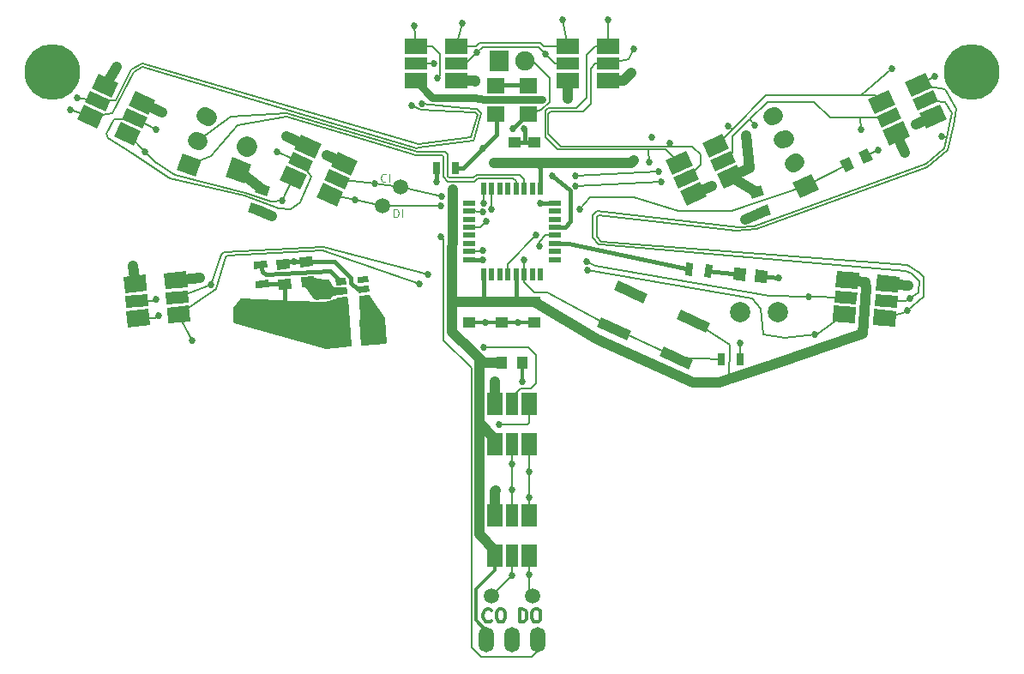
<source format=gtl>
G04 #@! TF.FileFunction,Copper,L1,Top,Signal*
%FSLAX46Y46*%
G04 Gerber Fmt 4.6, Leading zero omitted, Abs format (unit mm)*
G04 Created by KiCad (PCBNEW 4.0.6) date 05/08/17 21:21:00*
%MOMM*%
%LPD*%
G01*
G04 APERTURE LIST*
%ADD10C,0.100000*%
%ADD11C,0.300000*%
%ADD12C,1.500000*%
%ADD13R,1.600000X2.200000*%
%ADD14R,1.200000X2.200000*%
%ADD15C,5.500000*%
%ADD16R,2.200000X1.600000*%
%ADD17R,2.200000X1.200000*%
%ADD18R,1.800860X1.597660*%
%ADD19R,1.900000X2.000000*%
%ADD20C,1.900000*%
%ADD21R,0.700000X1.300000*%
%ADD22R,1.250000X1.000000*%
%ADD23R,0.600000X1.200000*%
%ADD24R,1.200000X0.600000*%
%ADD25R,1.000000X1.250000*%
%ADD26C,1.727200*%
%ADD27C,2.032000*%
%ADD28C,2.000000*%
%ADD29O,1.500000X2.500000*%
%ADD30C,0.685800*%
%ADD31C,0.304800*%
%ADD32C,1.016000*%
%ADD33C,0.152400*%
%ADD34C,0.400000*%
%ADD35C,0.793750*%
%ADD36C,0.254000*%
G04 APERTURE END LIST*
D10*
D11*
X136771429Y-107664286D02*
X136709524Y-107726190D01*
X136523810Y-107788095D01*
X136400000Y-107788095D01*
X136214286Y-107726190D01*
X136090477Y-107602381D01*
X136028572Y-107478571D01*
X135966667Y-107230952D01*
X135966667Y-107045238D01*
X136028572Y-106797619D01*
X136090477Y-106673810D01*
X136214286Y-106550000D01*
X136400000Y-106488095D01*
X136523810Y-106488095D01*
X136709524Y-106550000D01*
X136771429Y-106611905D01*
X137576191Y-106488095D02*
X137823810Y-106488095D01*
X137947619Y-106550000D01*
X138071429Y-106673810D01*
X138133334Y-106921429D01*
X138133334Y-107354762D01*
X138071429Y-107602381D01*
X137947619Y-107726190D01*
X137823810Y-107788095D01*
X137576191Y-107788095D01*
X137452381Y-107726190D01*
X137328572Y-107602381D01*
X137266667Y-107354762D01*
X137266667Y-106921429D01*
X137328572Y-106673810D01*
X137452381Y-106550000D01*
X137576191Y-106488095D01*
X139528572Y-107788095D02*
X139528572Y-106488095D01*
X139838096Y-106488095D01*
X140023810Y-106550000D01*
X140147619Y-106673810D01*
X140209524Y-106797619D01*
X140271429Y-107045238D01*
X140271429Y-107230952D01*
X140209524Y-107478571D01*
X140147619Y-107602381D01*
X140023810Y-107726190D01*
X139838096Y-107788095D01*
X139528572Y-107788095D01*
X141076191Y-106488095D02*
X141323810Y-106488095D01*
X141447619Y-106550000D01*
X141571429Y-106673810D01*
X141633334Y-106921429D01*
X141633334Y-107354762D01*
X141571429Y-107602381D01*
X141447619Y-107726190D01*
X141323810Y-107788095D01*
X141076191Y-107788095D01*
X140952381Y-107726190D01*
X140828572Y-107602381D01*
X140766667Y-107354762D01*
X140766667Y-106921429D01*
X140828572Y-106673810D01*
X140952381Y-106550000D01*
X141076191Y-106488095D01*
D10*
X126357143Y-64235714D02*
X126319048Y-64273810D01*
X126204762Y-64311905D01*
X126128572Y-64311905D01*
X126014286Y-64273810D01*
X125938095Y-64197619D01*
X125900000Y-64121429D01*
X125861905Y-63969048D01*
X125861905Y-63854762D01*
X125900000Y-63702381D01*
X125938095Y-63626190D01*
X126014286Y-63550000D01*
X126128572Y-63511905D01*
X126204762Y-63511905D01*
X126319048Y-63550000D01*
X126357143Y-63588095D01*
X126700000Y-64311905D02*
X126700000Y-63511905D01*
X127150000Y-67811905D02*
X127150000Y-67011905D01*
X127340476Y-67011905D01*
X127454762Y-67050000D01*
X127530953Y-67126190D01*
X127569048Y-67202381D01*
X127607143Y-67354762D01*
X127607143Y-67469048D01*
X127569048Y-67621429D01*
X127530953Y-67697619D01*
X127454762Y-67773810D01*
X127340476Y-67811905D01*
X127150000Y-67811905D01*
X127950000Y-67811905D02*
X127950000Y-67011905D01*
D12*
X140800000Y-105200000D03*
X136800000Y-105200000D03*
D13*
X140537349Y-97247593D03*
D14*
X138837349Y-97247593D03*
D13*
X137137349Y-97247593D03*
X137137349Y-101247593D03*
D14*
X138837349Y-101247593D03*
D13*
X140537349Y-101247593D03*
X140537349Y-86247593D03*
D14*
X138837349Y-86247593D03*
D13*
X137137349Y-86247593D03*
X137137349Y-90247593D03*
D14*
X138837349Y-90247593D03*
D13*
X140537349Y-90247593D03*
D10*
G36*
X113725722Y-64426698D02*
X114900338Y-64854223D01*
X114558318Y-65793916D01*
X113383702Y-65366391D01*
X113725722Y-64426698D01*
X113725722Y-64426698D01*
G37*
G36*
X113041682Y-66306084D02*
X114216298Y-66733609D01*
X113874278Y-67673302D01*
X112699662Y-67245777D01*
X113041682Y-66306084D01*
X113041682Y-66306084D01*
G37*
G36*
X114810829Y-74688402D02*
X113515776Y-74801704D01*
X113454767Y-74104368D01*
X114749820Y-73991066D01*
X114810829Y-74688402D01*
X114810829Y-74688402D01*
G37*
G36*
X114645233Y-72795632D02*
X113350180Y-72908934D01*
X113289171Y-72211598D01*
X114584224Y-72098296D01*
X114645233Y-72795632D01*
X114645233Y-72795632D01*
G37*
G36*
X107061936Y-78124309D02*
X104870307Y-78316052D01*
X104730858Y-76722141D01*
X106922487Y-76530398D01*
X107061936Y-78124309D01*
X107061936Y-78124309D01*
G37*
G36*
X106896341Y-76231540D02*
X104704712Y-76423282D01*
X104600125Y-75227848D01*
X106791754Y-75036106D01*
X106896341Y-76231540D01*
X106896341Y-76231540D01*
G37*
G36*
X106765607Y-74737247D02*
X104573978Y-74928990D01*
X104434529Y-73335079D01*
X106626158Y-73143336D01*
X106765607Y-74737247D01*
X106765607Y-74737247D01*
G37*
G36*
X102780828Y-75085870D02*
X100589199Y-75277613D01*
X100449750Y-73683702D01*
X102641379Y-73491959D01*
X102780828Y-75085870D01*
X102780828Y-75085870D01*
G37*
G36*
X102911562Y-76580163D02*
X100719933Y-76771905D01*
X100615346Y-75576471D01*
X102806975Y-75384729D01*
X102911562Y-76580163D01*
X102911562Y-76580163D01*
G37*
G36*
X103077158Y-78472932D02*
X100885529Y-78664675D01*
X100746080Y-77070764D01*
X102937709Y-76879021D01*
X103077158Y-78472932D01*
X103077158Y-78472932D01*
G37*
D15*
X93420000Y-53500000D03*
D10*
G36*
X101494090Y-60789622D02*
X99500213Y-59859862D01*
X100176402Y-58409770D01*
X102170279Y-59339530D01*
X101494090Y-60789622D01*
X101494090Y-60789622D01*
G37*
G36*
X102297065Y-59067638D02*
X100303187Y-58137878D01*
X100810329Y-57050308D01*
X102804207Y-57980068D01*
X102297065Y-59067638D01*
X102297065Y-59067638D01*
G37*
G36*
X102930992Y-57708175D02*
X100937115Y-56778415D01*
X101613304Y-55328323D01*
X103607181Y-56258083D01*
X102930992Y-57708175D01*
X102930992Y-57708175D01*
G37*
G36*
X99305761Y-56017702D02*
X97311884Y-55087942D01*
X97988073Y-53637850D01*
X99981950Y-54567610D01*
X99305761Y-56017702D01*
X99305761Y-56017702D01*
G37*
G36*
X98671834Y-57377164D02*
X96677956Y-56447404D01*
X97185098Y-55359834D01*
X99178976Y-56289594D01*
X98671834Y-57377164D01*
X98671834Y-57377164D01*
G37*
G36*
X97868859Y-59099149D02*
X95874982Y-58169389D01*
X96551171Y-56719297D01*
X98545048Y-57649057D01*
X97868859Y-59099149D01*
X97868859Y-59099149D01*
G37*
D16*
X129300000Y-50950000D03*
D17*
X129300000Y-52650000D03*
D16*
X129300000Y-54350000D03*
X133300000Y-54350000D03*
D17*
X133300000Y-52650000D03*
D16*
X133300000Y-50950000D03*
D18*
X140400000Y-57639720D03*
X140400000Y-54800000D03*
X137200000Y-54800000D03*
X137200000Y-57639720D03*
D16*
X144300000Y-50950000D03*
D17*
X144300000Y-52650000D03*
D16*
X144300000Y-54350000D03*
X148300000Y-54350000D03*
D17*
X148300000Y-52650000D03*
D16*
X148300000Y-50950000D03*
D19*
X137510000Y-52400000D03*
D20*
X140050000Y-52400000D03*
D12*
X127800000Y-64800000D03*
D10*
G36*
X119303356Y-74639820D02*
X118058112Y-74748765D01*
X117970956Y-73752570D01*
X119216200Y-73643625D01*
X119303356Y-74639820D01*
X119303356Y-74639820D01*
G37*
G36*
X119129044Y-72647430D02*
X117883800Y-72756375D01*
X117796644Y-71760180D01*
X119041888Y-71651235D01*
X119129044Y-72647430D01*
X119129044Y-72647430D01*
G37*
G36*
X117053356Y-74889820D02*
X115808112Y-74998765D01*
X115720956Y-74002570D01*
X116966200Y-73893625D01*
X117053356Y-74889820D01*
X117053356Y-74889820D01*
G37*
G36*
X116879044Y-72897430D02*
X115633800Y-73006375D01*
X115546644Y-72010180D01*
X116791888Y-71901235D01*
X116879044Y-72897430D01*
X116879044Y-72897430D01*
G37*
G36*
X121494090Y-66789622D02*
X119500213Y-65859862D01*
X120176402Y-64409770D01*
X122170279Y-65339530D01*
X121494090Y-66789622D01*
X121494090Y-66789622D01*
G37*
G36*
X122297065Y-65067638D02*
X120303187Y-64137878D01*
X120810329Y-63050308D01*
X122804207Y-63980068D01*
X122297065Y-65067638D01*
X122297065Y-65067638D01*
G37*
G36*
X122930992Y-63708175D02*
X120937115Y-62778415D01*
X121613304Y-61328323D01*
X123607181Y-62258083D01*
X122930992Y-63708175D01*
X122930992Y-63708175D01*
G37*
G36*
X119305761Y-62017702D02*
X117311884Y-61087942D01*
X117988073Y-59637850D01*
X119981950Y-60567610D01*
X119305761Y-62017702D01*
X119305761Y-62017702D01*
G37*
G36*
X118671834Y-63377164D02*
X116677956Y-62447404D01*
X117185098Y-61359834D01*
X119178976Y-62289594D01*
X118671834Y-63377164D01*
X118671834Y-63377164D01*
G37*
G36*
X117868859Y-65099149D02*
X115874982Y-64169389D01*
X116551171Y-62719297D01*
X118545048Y-63649057D01*
X117868859Y-65099149D01*
X117868859Y-65099149D01*
G37*
G36*
X120458286Y-80767795D02*
X120240397Y-78277308D01*
X122730884Y-78059419D01*
X122948773Y-80549906D01*
X120458286Y-80767795D01*
X120458286Y-80767795D01*
G37*
G36*
X123944968Y-80462749D02*
X123727079Y-77972262D01*
X126217566Y-77754373D01*
X126435455Y-80244860D01*
X123944968Y-80462749D01*
X123944968Y-80462749D01*
G37*
D12*
X126050000Y-66700000D03*
D10*
G36*
X124766196Y-75491642D02*
X124822847Y-76139169D01*
X123766880Y-76231554D01*
X123710229Y-75584027D01*
X124766196Y-75491642D01*
X124766196Y-75491642D01*
G37*
G36*
X124683398Y-74545257D02*
X124740049Y-75192784D01*
X123684082Y-75285169D01*
X123627431Y-74637642D01*
X124683398Y-74545257D01*
X124683398Y-74545257D01*
G37*
G36*
X124600600Y-73598872D02*
X124657251Y-74246399D01*
X123601284Y-74338784D01*
X123544633Y-73691257D01*
X124600600Y-73598872D01*
X124600600Y-73598872D01*
G37*
G36*
X122408972Y-73790614D02*
X122465623Y-74438141D01*
X121409656Y-74530526D01*
X121353005Y-73882999D01*
X122408972Y-73790614D01*
X122408972Y-73790614D01*
G37*
G36*
X122574568Y-75683384D02*
X122631219Y-76330911D01*
X121575252Y-76423296D01*
X121518601Y-75775769D01*
X122574568Y-75683384D01*
X122574568Y-75683384D01*
G37*
G36*
X122491770Y-74736999D02*
X122548421Y-75384526D01*
X121492454Y-75476911D01*
X121435803Y-74829384D01*
X122491770Y-74736999D01*
X122491770Y-74736999D01*
G37*
D21*
X131350000Y-62950000D03*
X133250000Y-62950000D03*
D22*
X139050000Y-62450000D03*
X139050000Y-60450000D03*
X141050000Y-62450000D03*
X141050000Y-60450000D03*
D23*
X136000000Y-73450000D03*
X136800000Y-73450000D03*
X137600000Y-73450000D03*
X138400000Y-73450000D03*
X139200000Y-73450000D03*
X140000000Y-73450000D03*
X140800000Y-73450000D03*
X141600000Y-73450000D03*
D24*
X143050000Y-72000000D03*
X143050000Y-71200000D03*
X143050000Y-70400000D03*
X143050000Y-69600000D03*
X143050000Y-68800000D03*
X143050000Y-68000000D03*
X143050000Y-67200000D03*
X143050000Y-66400000D03*
D23*
X141600000Y-64950000D03*
X140800000Y-64950000D03*
X140000000Y-64950000D03*
X139200000Y-64950000D03*
X138400000Y-64950000D03*
X137600000Y-64950000D03*
X136800000Y-64950000D03*
X136000000Y-64950000D03*
D24*
X134550000Y-66400000D03*
X134550000Y-67200000D03*
X134550000Y-68000000D03*
X134550000Y-68800000D03*
X134550000Y-69600000D03*
X134550000Y-70400000D03*
X134550000Y-71200000D03*
X134550000Y-72000000D03*
D21*
X159450000Y-81800000D03*
X161350000Y-81800000D03*
D10*
G36*
X160650596Y-73994914D02*
X160755086Y-72800596D01*
X161949404Y-72905086D01*
X161844914Y-74099404D01*
X160650596Y-73994914D01*
X160650596Y-73994914D01*
G37*
G36*
X162740652Y-74177770D02*
X162845142Y-72983452D01*
X164039460Y-73087942D01*
X163934970Y-74282260D01*
X162740652Y-74177770D01*
X162740652Y-74177770D01*
G37*
G36*
X153961250Y-62190384D02*
X155955127Y-61260624D01*
X156631316Y-62710716D01*
X154637439Y-63640476D01*
X153961250Y-62190384D01*
X153961250Y-62190384D01*
G37*
G36*
X154764224Y-63912368D02*
X156758102Y-62982608D01*
X157265244Y-64070178D01*
X155271366Y-64999938D01*
X154764224Y-63912368D01*
X154764224Y-63912368D01*
G37*
G36*
X155398152Y-65271830D02*
X157392029Y-64342070D01*
X158068218Y-65792162D01*
X156074341Y-66721922D01*
X155398152Y-65271830D01*
X155398152Y-65271830D01*
G37*
G36*
X159023383Y-63581357D02*
X161017260Y-62651597D01*
X161693449Y-64101689D01*
X159699572Y-65031449D01*
X159023383Y-63581357D01*
X159023383Y-63581357D01*
G37*
G36*
X158389455Y-62221895D02*
X160383333Y-61292135D01*
X160890475Y-62379705D01*
X158896597Y-63309465D01*
X158389455Y-62221895D01*
X158389455Y-62221895D01*
G37*
G36*
X157586481Y-60499911D02*
X159580358Y-59570151D01*
X160256547Y-61020243D01*
X158262670Y-61950003D01*
X157586481Y-60499911D01*
X157586481Y-60499911D01*
G37*
G36*
X158598089Y-72498574D02*
X158484787Y-73793627D01*
X157787451Y-73732618D01*
X157900753Y-72437565D01*
X158598089Y-72498574D01*
X158598089Y-72498574D01*
G37*
G36*
X156705319Y-72332978D02*
X156592017Y-73628031D01*
X155894681Y-73567022D01*
X156007983Y-72271969D01*
X156705319Y-72332978D01*
X156705319Y-72332978D01*
G37*
G36*
X162199662Y-65104223D02*
X163374278Y-64676698D01*
X163716298Y-65616391D01*
X162541682Y-66043916D01*
X162199662Y-65104223D01*
X162199662Y-65104223D01*
G37*
G36*
X162883702Y-66983609D02*
X164058318Y-66556084D01*
X164400338Y-67495777D01*
X163225722Y-67923302D01*
X162883702Y-66983609D01*
X162883702Y-66983609D01*
G37*
G36*
X171704675Y-63400369D02*
X171176402Y-62267485D01*
X172082709Y-61844867D01*
X172610982Y-62977751D01*
X171704675Y-63400369D01*
X171704675Y-63400369D01*
G37*
G36*
X173517291Y-62555133D02*
X172989018Y-61422249D01*
X173895325Y-60999631D01*
X174423598Y-62132515D01*
X173517291Y-62555133D01*
X173517291Y-62555133D01*
G37*
G36*
X176619648Y-78656379D02*
X174428019Y-78464636D01*
X174567468Y-76870725D01*
X176759097Y-77062468D01*
X176619648Y-78656379D01*
X176619648Y-78656379D01*
G37*
G36*
X176785243Y-76763609D02*
X174593614Y-76571867D01*
X174698201Y-75376433D01*
X176889830Y-75568175D01*
X176785243Y-76763609D01*
X176785243Y-76763609D01*
G37*
G36*
X176915977Y-75269317D02*
X174724348Y-75077574D01*
X174863797Y-73483663D01*
X177055426Y-73675406D01*
X176915977Y-75269317D01*
X176915977Y-75269317D01*
G37*
G36*
X172931198Y-74920694D02*
X170739569Y-74728951D01*
X170879018Y-73135040D01*
X173070647Y-73326783D01*
X172931198Y-74920694D01*
X172931198Y-74920694D01*
G37*
G36*
X172800465Y-76414986D02*
X170608836Y-76223244D01*
X170713423Y-75027810D01*
X172905052Y-75219552D01*
X172800465Y-76414986D01*
X172800465Y-76414986D01*
G37*
G36*
X172634869Y-78307756D02*
X170443240Y-78116013D01*
X170582689Y-76522102D01*
X172774318Y-76713845D01*
X172634869Y-78307756D01*
X172634869Y-78307756D01*
G37*
G36*
X173961250Y-56190384D02*
X175955127Y-55260624D01*
X176631316Y-56710716D01*
X174637439Y-57640476D01*
X173961250Y-56190384D01*
X173961250Y-56190384D01*
G37*
G36*
X174764224Y-57912368D02*
X176758102Y-56982608D01*
X177265244Y-58070178D01*
X175271366Y-58999938D01*
X174764224Y-57912368D01*
X174764224Y-57912368D01*
G37*
G36*
X175398152Y-59271830D02*
X177392029Y-58342070D01*
X178068218Y-59792162D01*
X176074341Y-60721922D01*
X175398152Y-59271830D01*
X175398152Y-59271830D01*
G37*
G36*
X179023383Y-57581357D02*
X181017260Y-56651597D01*
X181693449Y-58101689D01*
X179699572Y-59031449D01*
X179023383Y-57581357D01*
X179023383Y-57581357D01*
G37*
G36*
X178389455Y-56221895D02*
X180383333Y-55292135D01*
X180890475Y-56379705D01*
X178896597Y-57309465D01*
X178389455Y-56221895D01*
X178389455Y-56221895D01*
G37*
G36*
X177586481Y-54499911D02*
X179580358Y-53570151D01*
X180256547Y-55020243D01*
X178262670Y-55950003D01*
X177586481Y-54499911D01*
X177586481Y-54499911D01*
G37*
D15*
X184215200Y-53500000D03*
D25*
X137800000Y-82200000D03*
X139800000Y-82200000D03*
D10*
G36*
X155065281Y-77851252D02*
X155487900Y-76944944D01*
X158388085Y-78297322D01*
X157965466Y-79203630D01*
X155065281Y-77851252D01*
X155065281Y-77851252D01*
G37*
G36*
X148902388Y-74977447D02*
X149325007Y-74071139D01*
X152225192Y-75423517D01*
X151802573Y-76329825D01*
X148902388Y-74977447D01*
X148902388Y-74977447D01*
G37*
G36*
X147211915Y-78602678D02*
X147634534Y-77696370D01*
X150534719Y-79048748D01*
X150112100Y-79955056D01*
X147211915Y-78602678D01*
X147211915Y-78602678D01*
G37*
G36*
X153374808Y-81476483D02*
X153797427Y-80570175D01*
X156697612Y-81922553D01*
X156274993Y-82828861D01*
X153374808Y-81476483D01*
X153374808Y-81476483D01*
G37*
D22*
X134550000Y-76200000D03*
X134550000Y-78200000D03*
X137800000Y-76200000D03*
X137800000Y-78200000D03*
X141050000Y-76200000D03*
X141050000Y-78200000D03*
D10*
G36*
X105681173Y-63117478D02*
X106271910Y-61494441D01*
X108181365Y-62189426D01*
X107590628Y-63812463D01*
X105681173Y-63117478D01*
X105681173Y-63117478D01*
G37*
D26*
X107656791Y-60214509D02*
X107943209Y-60318757D01*
X108525522Y-57827689D02*
X108811940Y-57931937D01*
D10*
G36*
X110497780Y-63807235D02*
X111192765Y-61897780D01*
X113102220Y-62592765D01*
X112407235Y-64502220D01*
X110497780Y-63807235D01*
X110497780Y-63807235D01*
G37*
D27*
X112668731Y-60813181D02*
X112668731Y-60813181D01*
D28*
X161300000Y-77200000D03*
X116300000Y-77200000D03*
X165050000Y-77200000D03*
X112550000Y-77200000D03*
D10*
G36*
X167244164Y-65952068D02*
X166514218Y-64386693D01*
X168355836Y-63527932D01*
X169085782Y-65093307D01*
X167244164Y-65952068D01*
X167244164Y-65952068D01*
G37*
D26*
X166588429Y-62502385D02*
X166864671Y-62373571D01*
X165514978Y-60200363D02*
X165791220Y-60071549D01*
X164441528Y-57898342D02*
X164717770Y-57769528D01*
D29*
X138800000Y-109500000D03*
X141340000Y-109500000D03*
X136260000Y-109500000D03*
D30*
X137200000Y-94800000D03*
X108000000Y-73800000D03*
X115100000Y-67700000D03*
X137100000Y-84000000D03*
X139800000Y-84000000D03*
X117300000Y-72203805D03*
X120550000Y-61700000D03*
X131350000Y-64350000D03*
X135950000Y-72000000D03*
X104300000Y-57450000D03*
X140029143Y-59088588D03*
X144300000Y-56100000D03*
X141800000Y-56200000D03*
X139400000Y-78200000D03*
X136200000Y-78200000D03*
X161800000Y-68000000D03*
X161350000Y-80200000D03*
X165100000Y-73800000D03*
X175000000Y-61200000D03*
X177900000Y-74600000D03*
X177600000Y-61400000D03*
X158500000Y-64700000D03*
X141600000Y-66400000D03*
X141200000Y-69600000D03*
X145500000Y-67000000D03*
X135962532Y-71126678D03*
X140022817Y-72058738D03*
X101347480Y-72604955D03*
X135200000Y-54400000D03*
X120300000Y-74485165D03*
X119550000Y-75450000D03*
X120550000Y-75500000D03*
X132950000Y-65050000D03*
X132900000Y-76200000D03*
X99800000Y-53000000D03*
X116500000Y-59800000D03*
X137050000Y-62450000D03*
X161900000Y-59700000D03*
X178700000Y-58600000D03*
X152600000Y-59900000D03*
X150800000Y-62200000D03*
X150600000Y-53600000D03*
X138907866Y-59088588D03*
X142800000Y-63700000D03*
X135950000Y-61000000D03*
X136000000Y-66400000D03*
X153300000Y-63300000D03*
X145100000Y-63700000D03*
X136800000Y-67000000D03*
X153500000Y-64300000D03*
X145100000Y-64700000D03*
X123306000Y-66121020D03*
X131800000Y-66700000D03*
X136300000Y-68200000D03*
X125287200Y-64501895D03*
X131850000Y-65750000D03*
X135900000Y-67250000D03*
X131800000Y-69700000D03*
X141550000Y-70700000D03*
X138837349Y-103162651D03*
X140537349Y-103124000D03*
X103697200Y-59141600D03*
X115584400Y-61376800D03*
X102551150Y-61315600D03*
X116151705Y-66157748D03*
X173242400Y-59141600D03*
X162777600Y-58684400D03*
X181218000Y-59802000D03*
X178054000Y-75834500D03*
X176290400Y-53147200D03*
X160136000Y-58786000D03*
X177872210Y-77012800D03*
X180506800Y-53858400D03*
X168097200Y-75662606D03*
X109100000Y-74500000D03*
X130500000Y-73450000D03*
X146200000Y-72150000D03*
X168656000Y-79341697D03*
X107253200Y-79969600D03*
X129700000Y-74400000D03*
X146250000Y-73050000D03*
X95874000Y-55992000D03*
X128900000Y-56800000D03*
X131100000Y-52650000D03*
X129148000Y-48880000D03*
X95162800Y-57160400D03*
X131400000Y-54100000D03*
X129900000Y-56600000D03*
X136006000Y-80630000D03*
X103700000Y-75900000D03*
X137500000Y-88300000D03*
X103900000Y-77500000D03*
X135338000Y-51562000D03*
X142087600Y-51687600D03*
X143778400Y-48270400D03*
X133872400Y-48626000D03*
X138837349Y-92202000D03*
X138837349Y-94742000D03*
X140537349Y-92964000D03*
X140537349Y-95504000D03*
X154344800Y-60462400D03*
X150839600Y-51166000D03*
X152312800Y-62392800D03*
X148299600Y-48321200D03*
D31*
X134550000Y-78200000D02*
X136200000Y-78200000D01*
D32*
X137137349Y-97247593D02*
X137137349Y-94862651D01*
X137137349Y-94862651D02*
X137200000Y-94800000D01*
D31*
X139800000Y-82200000D02*
X139800000Y-84000000D01*
D33*
X173706308Y-61777382D02*
X175000000Y-61200000D01*
D32*
X176733185Y-59531996D02*
X177600000Y-61400000D01*
X175889887Y-74376490D02*
X177900000Y-74600000D01*
X163642020Y-67239693D02*
X161800000Y-68000000D01*
D33*
X161350000Y-77550000D02*
X161700000Y-77200000D01*
X161350000Y-81800000D02*
X161350000Y-80200000D01*
D34*
X163390056Y-73632856D02*
X165100000Y-73800000D01*
D32*
X144300000Y-56100000D02*
X144300000Y-54350000D01*
D34*
X143050000Y-66400000D02*
X141600000Y-66400000D01*
D32*
X156733185Y-65531996D02*
X158500000Y-64700000D01*
X137137349Y-86247593D02*
X137100000Y-84000000D01*
D34*
X131350000Y-62950000D02*
X131350000Y-64350000D01*
X131350000Y-62950000D02*
X131350000Y-63950000D01*
D32*
X122272148Y-62518249D02*
X120550000Y-61700000D01*
D34*
X134550000Y-72000000D02*
X135950000Y-72000000D01*
D31*
X137800000Y-78200000D02*
X139400000Y-78200000D01*
X141050000Y-78200000D02*
X139400000Y-78200000D01*
X136200000Y-78200000D02*
X137800000Y-78200000D01*
D34*
X140050000Y-60450000D02*
X140050000Y-59109445D01*
X140050000Y-59109445D02*
X140029143Y-59088588D01*
X140050000Y-60450000D02*
X141050000Y-60450000D01*
X139050000Y-60450000D02*
X140050000Y-60450000D01*
D35*
X136770000Y-56225000D02*
X141800000Y-56225000D01*
X135100000Y-56000000D02*
X136100000Y-56225000D01*
X136100000Y-56225000D02*
X136770000Y-56225000D01*
D34*
X117550000Y-72203805D02*
X117300000Y-72203805D01*
X117550000Y-72203805D02*
X116462844Y-72203805D01*
X118462844Y-72203805D02*
X117550000Y-72203805D01*
X116462844Y-72203805D02*
X116212844Y-72453805D01*
X123551716Y-74915213D02*
X122900000Y-74263497D01*
X124183740Y-74915213D02*
X123551716Y-74915213D01*
X122900000Y-74263497D02*
X122900000Y-73783257D01*
X122900000Y-73783257D02*
X121320548Y-72203805D01*
X121320548Y-72203805D02*
X118462844Y-72203805D01*
D32*
X102272148Y-56518249D02*
X104300000Y-57450000D01*
X113457980Y-66989693D02*
X115100000Y-67700000D01*
X105600068Y-74036163D02*
X108000000Y-73800000D01*
D35*
X129300000Y-54350000D02*
X130950000Y-56000000D01*
X130950000Y-56000000D02*
X135100000Y-56000000D01*
D34*
X116387156Y-74446195D02*
X116387156Y-76207844D01*
X114132798Y-74396385D02*
X116337346Y-74396385D01*
X116387156Y-76207844D02*
X115395000Y-77200000D01*
X116337346Y-74396385D02*
X116387156Y-74446195D01*
D33*
X167800000Y-64740000D02*
X171893692Y-62622618D01*
X160500000Y-67200000D02*
X155200000Y-67200000D01*
X155200000Y-67200000D02*
X150800000Y-65800000D01*
X146500000Y-65800000D02*
X145500000Y-67000000D01*
X167800000Y-64740000D02*
X160500000Y-67200000D01*
X150800000Y-65800000D02*
X146500000Y-65800000D01*
X138400000Y-73450000D02*
X138400000Y-72400000D01*
X138400000Y-72400000D02*
X141200000Y-69600000D01*
X142300000Y-75200000D02*
X140997600Y-75200000D01*
X148873317Y-78825713D02*
X142300000Y-75200000D01*
X155036210Y-81699518D02*
X159450000Y-81800000D01*
X148873317Y-78825713D02*
X155036210Y-81699518D01*
X140000000Y-73450000D02*
X140000000Y-72081555D01*
X135962532Y-71126678D02*
X135889210Y-71200000D01*
X140000000Y-74202400D02*
X140000000Y-73450000D01*
X140000000Y-72081555D02*
X140022817Y-72058738D01*
X135889210Y-71200000D02*
X134550000Y-71200000D01*
X140997600Y-75200000D02*
X140000000Y-74202400D01*
D31*
X137137349Y-102652393D02*
X137137349Y-101247593D01*
D32*
X137137349Y-90247593D02*
X137137349Y-89697593D01*
X137137349Y-89947593D02*
X137137349Y-90247593D01*
X137137349Y-89697593D02*
X135571349Y-88131593D01*
X135571349Y-88131593D02*
X135571349Y-99131593D01*
D31*
X136260000Y-108645520D02*
X135234070Y-107619590D01*
X136260000Y-110200000D02*
X136260000Y-108645520D01*
D32*
X137137349Y-100697593D02*
X135571349Y-99131593D01*
X137137349Y-100947593D02*
X137137349Y-101247593D01*
D31*
X135234070Y-107619590D02*
X135234070Y-104555672D01*
D32*
X137137349Y-101247593D02*
X137137349Y-100697593D01*
D31*
X135234070Y-104555672D02*
X137137349Y-102652393D01*
D32*
X136000000Y-82200000D02*
X137800000Y-82200000D01*
X135571349Y-83200000D02*
X135571349Y-82600000D01*
X136000000Y-82200000D02*
X135721349Y-82200000D01*
X135571349Y-83200000D02*
X135571349Y-81771349D01*
X135000000Y-81200000D02*
X136000000Y-82200000D01*
X135571349Y-81771349D02*
X135321349Y-81521349D01*
X135321349Y-81521349D02*
X135000000Y-81200000D01*
X132900000Y-79100000D02*
X135000000Y-81200000D01*
X141050000Y-76200000D02*
X147300000Y-79900000D01*
X180358416Y-57841523D02*
X178700000Y-58600000D01*
X180358416Y-57841523D02*
X179958477Y-57841523D01*
X171905108Y-74027867D02*
X173700000Y-74200000D01*
X164400000Y-82400000D02*
X173400000Y-79300000D01*
X173700000Y-74200000D02*
X173800000Y-74800000D01*
X173400000Y-79300000D02*
X173800000Y-74800000D01*
X156700000Y-84100000D02*
X159300000Y-84100000D01*
D33*
X156726683Y-78074287D02*
X160300000Y-80400000D01*
D32*
X147300000Y-79900000D02*
X156700000Y-84100000D01*
D33*
X160300000Y-80400000D02*
X160200000Y-83800000D01*
D32*
X160200000Y-83800000D02*
X164400000Y-82400000D01*
X159300000Y-84100000D02*
X160200000Y-83800000D01*
X160358416Y-63841523D02*
X162300000Y-63000000D01*
X162300000Y-63000000D02*
X161900000Y-59700000D01*
X149850000Y-54350000D02*
X150600000Y-53600000D01*
X148300000Y-54350000D02*
X149850000Y-54350000D01*
X137050000Y-62450000D02*
X150550000Y-62450000D01*
X150550000Y-62450000D02*
X150800000Y-62200000D01*
X160358416Y-63841523D02*
X162957980Y-65360307D01*
X135571349Y-84078651D02*
X135571349Y-88131593D01*
X135571349Y-84078651D02*
X135571349Y-83200000D01*
X118646917Y-60827776D02*
X116500000Y-59800000D01*
X132900000Y-76200000D02*
X132950000Y-65050000D01*
D34*
X136000000Y-73450000D02*
X136000000Y-76200000D01*
D32*
X134550000Y-76200000D02*
X136000000Y-76200000D01*
X132900000Y-76200000D02*
X141050000Y-76200000D01*
D35*
X134550000Y-76200000D02*
X132900000Y-76200000D01*
D32*
X132900000Y-76200000D02*
X132900000Y-79100000D01*
X139200000Y-76200000D02*
X141050000Y-76200000D01*
X136000000Y-76200000D02*
X137800000Y-76200000D01*
X137800000Y-76200000D02*
X139200000Y-76200000D01*
D34*
X139200000Y-73450000D02*
X139200000Y-76200000D01*
D32*
X139050000Y-62450000D02*
X141050000Y-62450000D01*
D34*
X141600000Y-64950000D02*
X141600000Y-63000000D01*
X141600000Y-63000000D02*
X141050000Y-62450000D01*
D32*
X139050000Y-62450000D02*
X137050000Y-62450000D01*
X120550000Y-75106955D02*
X120436857Y-75106955D01*
D35*
X120550000Y-75106955D02*
X121992112Y-75106955D01*
D32*
X118637156Y-74196195D02*
X120300000Y-74485165D01*
X120300000Y-74485165D02*
X120300000Y-74700000D01*
X118637156Y-74196195D02*
X119550000Y-75450000D01*
X120300000Y-74700000D02*
X119550000Y-75450000D01*
D35*
X119382096Y-75106955D02*
X120550000Y-75106955D01*
D32*
X120436857Y-75106955D02*
X120300000Y-74970098D01*
D35*
X118887156Y-74696195D02*
X118971336Y-74696195D01*
X118971336Y-74696195D02*
X119382096Y-75106955D01*
D32*
X99800000Y-53000000D02*
X98646917Y-54827776D01*
X101347480Y-72604955D02*
X101615289Y-74384786D01*
X114142020Y-65110307D02*
X111800000Y-63200000D01*
X135150000Y-54350000D02*
X135200000Y-54400000D01*
X133300000Y-54350000D02*
X135150000Y-54350000D01*
D34*
X158192770Y-73115596D02*
X161300000Y-73450000D01*
X140300000Y-54780140D02*
X137300000Y-54780140D01*
X144050000Y-68800000D02*
X144600000Y-68250000D01*
X143050000Y-68800000D02*
X144050000Y-68800000D01*
X144600000Y-65200000D02*
X144600000Y-68250000D01*
D33*
X142500000Y-56400000D02*
X141700000Y-57231408D01*
X142500000Y-54100000D02*
X140800000Y-52400000D01*
X142500000Y-56400000D02*
X142500000Y-54100000D01*
D34*
X144600000Y-65200000D02*
X142800000Y-63700000D01*
D33*
X140400000Y-57639720D02*
X141700000Y-57231408D01*
D34*
X138907866Y-59088588D02*
X140300000Y-57619860D01*
D33*
X140800000Y-52400000D02*
X140050000Y-52400000D01*
D34*
X137300000Y-59650000D02*
X135950000Y-61000000D01*
X137300000Y-59650000D02*
X137300000Y-57619860D01*
X134000000Y-62950000D02*
X133250000Y-62950000D01*
X135950000Y-61000000D02*
X134000000Y-62950000D01*
D33*
X145100000Y-63700000D02*
X153300000Y-63300000D01*
X136000000Y-64950000D02*
X136000000Y-66400000D01*
X153500000Y-64300000D02*
X145100000Y-64700000D01*
X136800000Y-64950000D02*
X136800000Y-67000000D01*
D34*
X143050000Y-70400000D02*
X144400000Y-70400000D01*
X144400000Y-70400000D02*
X156300000Y-72950000D01*
D33*
X126050000Y-66700000D02*
X131800000Y-66700000D01*
X120835246Y-65599696D02*
X123306000Y-66121020D01*
X123306000Y-66121020D02*
X126050000Y-66700000D01*
X135700000Y-68800000D02*
X136300000Y-68200000D01*
X134550000Y-68800000D02*
X135700000Y-68800000D01*
X131850000Y-65750000D02*
X127800000Y-64800000D01*
X125287200Y-64501895D02*
X127800000Y-64800000D01*
X121553697Y-64058973D02*
X125287200Y-64501895D01*
X134550000Y-67200000D02*
X135900000Y-67250000D01*
D34*
X120857529Y-73108785D02*
X114500000Y-73482372D01*
X114129907Y-73200000D02*
X113967202Y-72503615D01*
X114500000Y-73482372D02*
X114129907Y-73200000D01*
X121909314Y-74160570D02*
X120857529Y-73108785D01*
D33*
X134800000Y-110250000D02*
X134800000Y-82700000D01*
X140750000Y-111250000D02*
X135800000Y-111250000D01*
X135800000Y-111250000D02*
X134800000Y-110250000D01*
X141340000Y-110660000D02*
X140750000Y-111250000D01*
X141340000Y-109500000D02*
X141340000Y-110660000D01*
X141550000Y-70200000D02*
X142150000Y-69600000D01*
X142150000Y-69600000D02*
X143050000Y-69600000D01*
X134800000Y-82700000D02*
X132050000Y-79950000D01*
X132050000Y-69950000D02*
X131800000Y-69700000D01*
X141550000Y-70700000D02*
X141550000Y-70200000D01*
X132050000Y-79950000D02*
X132050000Y-69950000D01*
X138837349Y-101247593D02*
X138837349Y-103162651D01*
X138837349Y-103162651D02*
X136800000Y-105200000D01*
X140537349Y-101247593D02*
X140537349Y-103124000D01*
X140537349Y-103124000D02*
X140537349Y-104937349D01*
X140537349Y-104937349D02*
X140800000Y-105200000D01*
X111700000Y-58700000D02*
X116500000Y-57900000D01*
X116500000Y-57900000D02*
X124000000Y-60100000D01*
X124000000Y-60100000D02*
X129300000Y-61680702D01*
X139200000Y-64250000D02*
X139200000Y-64950000D01*
X138900000Y-63950000D02*
X139200000Y-64250000D01*
X135400000Y-63950000D02*
X138900000Y-63950000D01*
X106931269Y-62653452D02*
X109100000Y-61800000D01*
X109100000Y-61800000D02*
X111700000Y-58700000D01*
X135050000Y-64300000D02*
X135400000Y-63950000D01*
X132450000Y-64300000D02*
X135050000Y-64300000D01*
X132000000Y-61800000D02*
X132000000Y-63800000D01*
X129300000Y-61680702D02*
X131880702Y-61680702D01*
X132000000Y-63800000D02*
X132450000Y-64300000D01*
X131880702Y-61680702D02*
X132000000Y-61800000D01*
X116500000Y-57500000D02*
X111000000Y-57900000D01*
X124000000Y-59700000D02*
X116500000Y-57500000D01*
X129500000Y-61340350D02*
X124000000Y-59700000D01*
X140000000Y-64050000D02*
X139550000Y-63600000D01*
X140000000Y-64950000D02*
X140000000Y-64050000D01*
X139550000Y-63600000D02*
X135300000Y-63600000D01*
X111000000Y-57900000D02*
X107800000Y-60266633D01*
X132600000Y-63900000D02*
X132500000Y-63800000D01*
X135300000Y-63600000D02*
X135000000Y-63900000D01*
X135000000Y-63900000D02*
X132600000Y-63900000D01*
X132500000Y-63800000D02*
X132500000Y-61600000D01*
X132240350Y-61340350D02*
X129500000Y-61340350D01*
X132500000Y-61600000D02*
X132240350Y-61340350D01*
X103697200Y-59141600D02*
X101553697Y-58058973D01*
X117928466Y-62368499D02*
X119000000Y-63800000D01*
X115584400Y-61376800D02*
X117928466Y-62368499D01*
X117870400Y-66355200D02*
X119000000Y-63800000D01*
X116956000Y-67015600D02*
X117870400Y-66355200D01*
X115800000Y-66900000D02*
X116956000Y-67015600D01*
X101200000Y-61400000D02*
X98900000Y-60000000D01*
X99500000Y-58100000D02*
X101553697Y-58058973D01*
X98800000Y-59600000D02*
X99500000Y-58100000D01*
X98900000Y-60000000D02*
X98800000Y-59600000D01*
X105000000Y-64000000D02*
X101200000Y-61400000D01*
X115800000Y-66900000D02*
X112400000Y-65700000D01*
X112400000Y-65700000D02*
X105000000Y-64000000D01*
X100835246Y-59599696D02*
X102551150Y-61315600D01*
X102551150Y-61315600D02*
X103600000Y-62364450D01*
X116151705Y-66157748D02*
X117210015Y-63909223D01*
X105500000Y-63622401D02*
X103600000Y-62364450D01*
X116151705Y-66157748D02*
X114974800Y-66250713D01*
X114974800Y-66250713D02*
X112500000Y-65400000D01*
X105500000Y-63622401D02*
X112500000Y-65400000D01*
X170191273Y-57991273D02*
X173177200Y-57991273D01*
X173177200Y-57991273D02*
X176014734Y-57991273D01*
X173242400Y-59141600D02*
X173177200Y-57991273D01*
X160538411Y-59861589D02*
X162234000Y-58166000D01*
X162234000Y-58166000D02*
X164000000Y-56400000D01*
X162777600Y-58684400D02*
X162234000Y-58166000D01*
X168600000Y-56400000D02*
X170191273Y-57991273D01*
X164000000Y-56400000D02*
X168600000Y-56400000D01*
X160538411Y-61402354D02*
X160538411Y-59861589D01*
X159639965Y-62300800D02*
X160538411Y-61402354D01*
X181500000Y-61000000D02*
X181737000Y-59909800D01*
X181737000Y-59909800D02*
X182000000Y-58700000D01*
X181218000Y-59802000D02*
X181325800Y-59909800D01*
X181325800Y-59909800D02*
X181737000Y-59909800D01*
X177700000Y-76100000D02*
X178054000Y-75834500D01*
X178054000Y-75834500D02*
X178900000Y-75200000D01*
X147200000Y-67200000D02*
X161188400Y-68795991D01*
X162661600Y-68695781D02*
X179700000Y-62500000D01*
X161188400Y-68795991D02*
X162661600Y-68695781D01*
X146800000Y-69800000D02*
X146800000Y-67600000D01*
X147400000Y-70500000D02*
X146800000Y-69800000D01*
X147500000Y-70500000D02*
X147400000Y-70500000D01*
X179700000Y-62500000D02*
X181500000Y-61000000D01*
X182200000Y-57500000D02*
X182016666Y-58600000D01*
X182000000Y-58700000D02*
X182016666Y-58600000D01*
X181600000Y-56400000D02*
X182200000Y-57500000D01*
X179639965Y-56300800D02*
X181600000Y-56400000D01*
X178300000Y-73400000D02*
X177700000Y-73100000D01*
X179000000Y-74100000D02*
X178300000Y-73400000D01*
X146800000Y-67600000D02*
X147200000Y-67200000D01*
X177700000Y-73100000D02*
X147500000Y-70500000D01*
X178900000Y-75200000D02*
X179000000Y-74100000D01*
X175741722Y-76070021D02*
X177700000Y-76100000D01*
X173228000Y-55777851D02*
X174623584Y-55777851D01*
X163903740Y-55777851D02*
X173228000Y-55777851D01*
X173228000Y-55777851D02*
X176290400Y-53147200D01*
X158921514Y-60760077D02*
X160550391Y-59131200D01*
X160550391Y-59131200D02*
X163903740Y-55777851D01*
X160136000Y-58786000D02*
X160550391Y-59131200D01*
X174623584Y-55777851D02*
X175296283Y-56450550D01*
X177800000Y-72500000D02*
X179019200Y-73250276D01*
X179019200Y-73250276D02*
X179100000Y-73300000D01*
X179440000Y-73670400D02*
X179019200Y-73250276D01*
X179440000Y-75651600D02*
X179440000Y-73670400D01*
X177872210Y-77012800D02*
X179440000Y-75651600D01*
X177872210Y-77012800D02*
X177700000Y-77182722D01*
X180506800Y-53858400D02*
X178921514Y-54760077D01*
X160934400Y-69165203D02*
X147400000Y-67600000D01*
X179800000Y-62900000D02*
X162966400Y-68986725D01*
X160934400Y-69165203D02*
X162966400Y-68986725D01*
X147400000Y-67600000D02*
X147200000Y-67800000D01*
X147200000Y-67800000D02*
X147200000Y-69700000D01*
X147200000Y-69700000D02*
X147600000Y-70200000D01*
X181800000Y-61200000D02*
X179800000Y-62900000D01*
X182400000Y-58700000D02*
X181800000Y-61200000D01*
X182700000Y-57100000D02*
X182400000Y-58700000D01*
X178921514Y-54760077D02*
X181600000Y-55200000D01*
X181600000Y-55200000D02*
X182700000Y-57100000D01*
X147600000Y-70200000D02*
X177800000Y-72500000D01*
X175593558Y-77763552D02*
X177700000Y-77182722D01*
X171756944Y-75721398D02*
X168097200Y-75662606D01*
X168097200Y-75662606D02*
X164200000Y-75600000D01*
X147000000Y-72600000D02*
X146200000Y-72150000D01*
X164200000Y-75600000D02*
X147000000Y-72600000D01*
X130500000Y-73450000D02*
X120200000Y-70711764D01*
X110350000Y-71291177D02*
X120200000Y-70711764D01*
X110114062Y-71550000D02*
X110350000Y-71291177D01*
X109100000Y-74500000D02*
X110114062Y-71550000D01*
X105748233Y-75729694D02*
X109100000Y-74500000D01*
X165700000Y-79700000D02*
X168656000Y-79341697D01*
X168656000Y-79341697D02*
X169000000Y-79300000D01*
X107253200Y-79969600D02*
X105896397Y-77423225D01*
X169000000Y-79300000D02*
X171608779Y-77414929D01*
X146250000Y-73050000D02*
X162472800Y-75806520D01*
X163336400Y-76870800D02*
X162472800Y-75806520D01*
X165700000Y-79700000D02*
X163590400Y-79410800D01*
X163590400Y-79410800D02*
X163336400Y-76870800D01*
X129700000Y-74400000D02*
X120100000Y-71086488D01*
X110700000Y-71594595D02*
X120100000Y-71086488D01*
X120100000Y-71086488D02*
X120200000Y-71081082D01*
X110554545Y-71750000D02*
X110700000Y-71594595D01*
X105896397Y-77423225D02*
X109600000Y-74900000D01*
X109600000Y-74900000D02*
X110554545Y-71750000D01*
X95874000Y-55992000D02*
X97928466Y-56368499D01*
X128900000Y-56800000D02*
X129800000Y-57235668D01*
X102300000Y-52596846D02*
X129550000Y-60600000D01*
X101216217Y-53200000D02*
X102300000Y-52596846D01*
X99650000Y-56250000D02*
X101216217Y-53200000D01*
X97928466Y-56368499D02*
X99650000Y-56250000D01*
X130800000Y-52650000D02*
X131100000Y-52650000D01*
X129300000Y-52650000D02*
X130800000Y-52650000D01*
X133025000Y-57400000D02*
X129800000Y-57235668D01*
X134750000Y-59950000D02*
X129550000Y-60600000D01*
X133025000Y-57400000D02*
X135160869Y-57475000D01*
X135385869Y-57700000D02*
X134750000Y-59950000D01*
X135160869Y-57475000D02*
X135385869Y-57700000D01*
X129148000Y-48880000D02*
X129300000Y-50950000D01*
X95162800Y-57160400D02*
X97210015Y-57909223D01*
X129450000Y-60975000D02*
X102300000Y-52967967D01*
X135750000Y-57550000D02*
X135300000Y-57100000D01*
X135050000Y-60100000D02*
X135000000Y-60250000D01*
X135750000Y-57550000D02*
X135050000Y-60100000D01*
X99350000Y-57550000D02*
X101489131Y-53450000D01*
X101489131Y-53450000D02*
X102300000Y-52967967D01*
X97210015Y-57909223D02*
X99350000Y-57550000D01*
X129300000Y-50950000D02*
X130950000Y-50950000D01*
X131700000Y-53850000D02*
X131400000Y-54100000D01*
X134100000Y-57000000D02*
X129900000Y-56600000D01*
X135000000Y-60250000D02*
X129600000Y-60950000D01*
X129600000Y-60950000D02*
X129450000Y-60975000D01*
X130950000Y-50950000D02*
X131700000Y-51700000D01*
X131700000Y-51700000D02*
X131700000Y-53850000D01*
X135300000Y-57100000D02*
X134100000Y-57000000D01*
X141213000Y-81392000D02*
X140451000Y-80630000D01*
X140451000Y-80630000D02*
X136006000Y-80630000D01*
X141213000Y-84186000D02*
X141213000Y-81392000D01*
X140705000Y-84694000D02*
X141213000Y-84186000D01*
X139689000Y-84694000D02*
X140705000Y-84694000D01*
X138837349Y-85545651D02*
X139689000Y-84694000D01*
X138837349Y-86247593D02*
X138837349Y-85545651D01*
X101763454Y-76078317D02*
X103521683Y-76078317D01*
X103521683Y-76078317D02*
X103700000Y-75900000D01*
X140537349Y-88062651D02*
X140300000Y-88300000D01*
X140300000Y-88300000D02*
X137500000Y-88300000D01*
X140537349Y-86247593D02*
X140537349Y-88062651D01*
X101911619Y-77771848D02*
X103628152Y-77771848D01*
X103628152Y-77771848D02*
X103900000Y-77500000D01*
X134250000Y-52650000D02*
X135338000Y-51562000D01*
X135338000Y-51562000D02*
X135900000Y-51000000D01*
X143050000Y-52650000D02*
X142087600Y-51687600D01*
X142087600Y-51687600D02*
X141400000Y-51000000D01*
X144300000Y-52650000D02*
X143050000Y-52650000D01*
X141400000Y-51000000D02*
X135900000Y-51000000D01*
X133300000Y-52650000D02*
X134250000Y-52650000D01*
X144300000Y-50950000D02*
X143778400Y-48270400D01*
X133872400Y-48626000D02*
X133300000Y-50950000D01*
X141950000Y-50950000D02*
X144300000Y-50950000D01*
X141600000Y-50600000D02*
X141950000Y-50950000D01*
X135600000Y-50600000D02*
X141600000Y-50600000D01*
X135250000Y-50950000D02*
X135600000Y-50600000D01*
X133300000Y-50950000D02*
X135250000Y-50950000D01*
X138837349Y-90247593D02*
X138837349Y-92202000D01*
X138837349Y-92202000D02*
X138837349Y-94742000D01*
X138837349Y-94742000D02*
X138837349Y-97247593D01*
X140537349Y-90247593D02*
X140537349Y-92964000D01*
X140537349Y-92964000D02*
X140537349Y-95504000D01*
X140537349Y-95504000D02*
X140537349Y-97247593D01*
X143600000Y-60800000D02*
X154330400Y-60800000D01*
X154330400Y-60800000D02*
X156600000Y-60800000D01*
X154344800Y-60462400D02*
X154330400Y-60800000D01*
X150280800Y-52232800D02*
X148300000Y-52650000D01*
X150839600Y-51166000D02*
X150280800Y-52232800D01*
X148300000Y-52650000D02*
X147047600Y-52650000D01*
X146600000Y-53097600D02*
X146600000Y-56600000D01*
X147047600Y-52650000D02*
X146600000Y-53097600D01*
X142400000Y-59600000D02*
X143600000Y-60800000D01*
X145800000Y-57400000D02*
X142600000Y-57400000D01*
X142600000Y-57400000D02*
X142400000Y-57600000D01*
X146600000Y-56600000D02*
X145800000Y-57400000D01*
X142400000Y-57600000D02*
X142400000Y-59600000D01*
X157400000Y-62606007D02*
X156014734Y-63991273D01*
X156600000Y-60800000D02*
X157400000Y-61600000D01*
X157400000Y-61600000D02*
X157400000Y-62606007D01*
X153950543Y-61104810D02*
X152298400Y-61104810D01*
X152298400Y-61104810D02*
X143304810Y-61104810D01*
X152312800Y-62392800D02*
X152298400Y-61104810D01*
X148299600Y-48321200D02*
X148300000Y-50950000D01*
X146200000Y-56000000D02*
X146200000Y-51797600D01*
X146200000Y-51797600D02*
X147047600Y-50950000D01*
X147047600Y-50950000D02*
X148300000Y-50950000D01*
X142095190Y-57304810D02*
X142400000Y-57000000D01*
X143304810Y-61104810D02*
X142095190Y-59895190D01*
X155296283Y-62450550D02*
X153950543Y-61104810D01*
X145200000Y-57000000D02*
X146200000Y-56000000D01*
X142400000Y-57000000D02*
X145200000Y-57000000D01*
X142095190Y-59895190D02*
X142095190Y-57304810D01*
D36*
G36*
X126076674Y-77793080D02*
X126310740Y-80133735D01*
X124066263Y-80313293D01*
X123876892Y-77993497D01*
X123829428Y-75715248D01*
X124685109Y-75633755D01*
X126076674Y-77793080D01*
X126076674Y-77793080D01*
G37*
X126076674Y-77793080D02*
X126310740Y-80133735D01*
X124066263Y-80313293D01*
X123876892Y-77993497D01*
X123829428Y-75715248D01*
X124685109Y-75633755D01*
X126076674Y-77793080D01*
G36*
X121041098Y-74765341D02*
X121075100Y-74802562D01*
X121145300Y-74826913D01*
X122382789Y-74872746D01*
X122413138Y-75236937D01*
X121136470Y-75373723D01*
X121088407Y-75388935D01*
X121060197Y-75410197D01*
X120745761Y-75724633D01*
X119277252Y-75770524D01*
X119145984Y-75507988D01*
X120069202Y-74077000D01*
X120628093Y-74077000D01*
X121041098Y-74765341D01*
X121041098Y-74765341D01*
G37*
X121041098Y-74765341D02*
X121075100Y-74802562D01*
X121145300Y-74826913D01*
X122382789Y-74872746D01*
X122413138Y-75236937D01*
X121136470Y-75373723D01*
X121088407Y-75388935D01*
X121060197Y-75410197D01*
X120745761Y-75724633D01*
X119277252Y-75770524D01*
X119145984Y-75507988D01*
X120069202Y-74077000D01*
X120628093Y-74077000D01*
X121041098Y-74765341D01*
G36*
X122623430Y-78060449D02*
X122813475Y-80436019D01*
X120461015Y-80671265D01*
X111377000Y-78153413D01*
X111377000Y-76792333D01*
X112061271Y-75879973D01*
X117393844Y-76126851D01*
X120293440Y-76276830D01*
X120335560Y-76271920D01*
X121524013Y-75925288D01*
X122434335Y-75838590D01*
X122623430Y-78060449D01*
X122623430Y-78060449D01*
G37*
X122623430Y-78060449D02*
X122813475Y-80436019D01*
X120461015Y-80671265D01*
X111377000Y-78153413D01*
X111377000Y-76792333D01*
X112061271Y-75879973D01*
X117393844Y-76126851D01*
X120293440Y-76276830D01*
X120335560Y-76271920D01*
X121524013Y-75925288D01*
X122434335Y-75838590D01*
X122623430Y-78060449D01*
M02*

</source>
